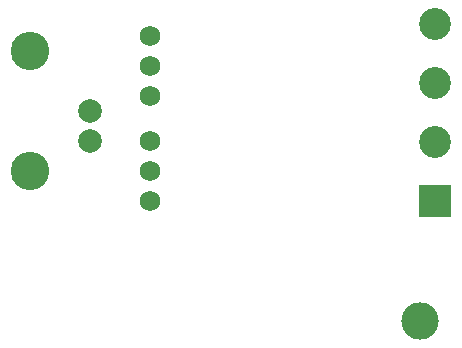
<source format=gbr>
G04 DipTrace 2.4.0.2*
%INBottomMask.gbr*%
%MOIN*%
%ADD27C,0.125*%
%ADD35C,0.0789*%
%ADD37C,0.1281*%
%ADD39C,0.1064*%
%ADD41R,0.1064X0.1064*%
%ADD45C,0.068*%
%FSLAX44Y44*%
G04*
G70*
G90*
G75*
G01*
%LNBotMask*%
%LPD*%
D27*
X19440Y5940D3*
D45*
X10440Y11940D3*
Y10940D3*
Y9940D3*
Y13440D3*
Y14440D3*
Y15440D3*
D41*
X19940Y9940D3*
D39*
Y11909D3*
Y13877D3*
Y15846D3*
D37*
X6440Y10940D3*
X6439Y14940D3*
D35*
X8440Y12940D3*
X8439Y11940D3*
M02*

</source>
